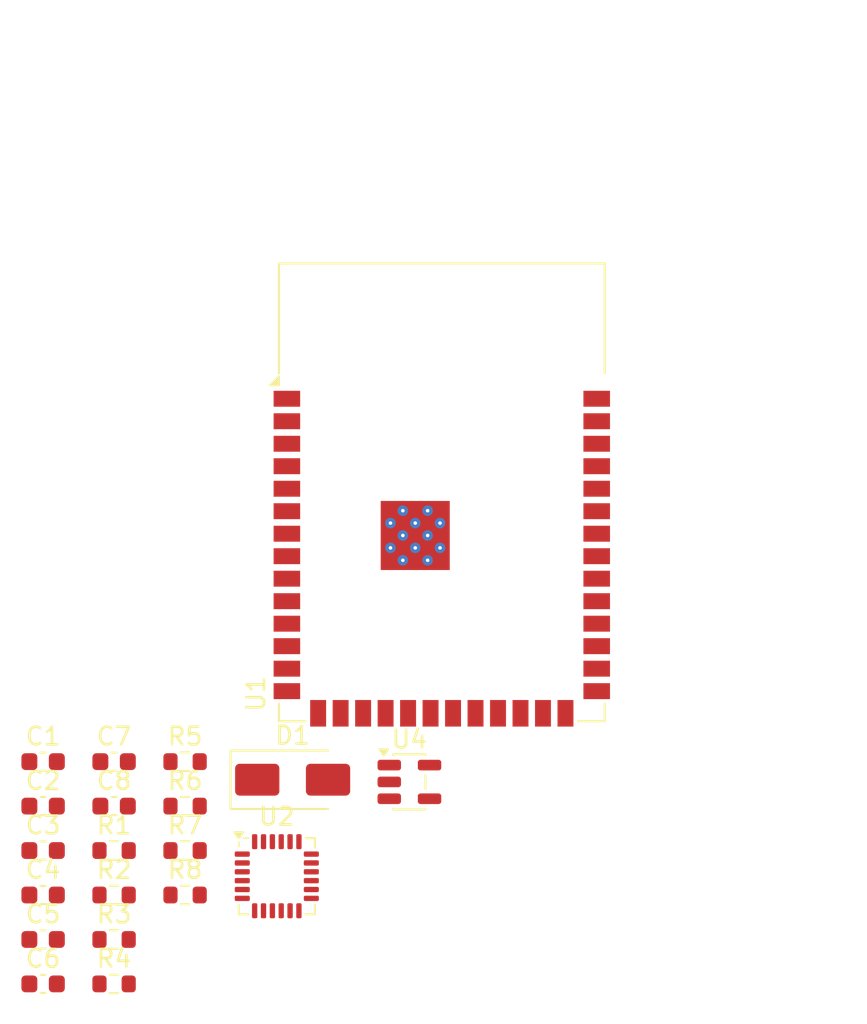
<source format=kicad_pcb>
(kicad_pcb (version 20241229) (generator "pcbnew") (generator_version "9.0")
  (layers (0 "F.Cu" signal) (2 "B.Cu" signal) (13 "F.Paste" user) (15 "B.Paste" user) (5 "F.SilkS" user "F.Silkscreen") (7 "B.SilkS" user "B.Silkscreen") (1 "F.Mask" user) (3 "B.Mask" user) (25 "Edge.Cuts" user))
  (net 0 "")
  (net 3 "+3.3V")
  (net 4 "GND")
  (net 6 "/XDA")
  (net 8 "Net-(U2-REGOUT)")
  (net 10 "/SDA")
  (net 15 "/ADO")
  (net 16 "/INT")
  (net 18 "/XCL")
  (net 19 "/SCL")
  (net 20 "Net-(U2-CPOUT)")
  (net 22 "Net-(D2-A)")
  (net 23 "Net-(D1-A)")
  (net 24 "Net-(J1-CC1)")
  (net 25 "Net-(J1-CC2)")
  (net 26 "LDO_EN")
  (net 27 "Net-(D1-K)")
  (net 28 "Net-(U4-BP)")
  (footprint "Capacitor_SMD:C_0603_1608Metric" (layer "F.Cu") (at 60.23 58.98)
    (property "Reference" "C1" (at 0 -1.43 0) (layer "F.SilkS"))
    (property "Value" "0.1uF")
    (fp_line (start -0.14058 -0.51) (end 0.14058 -0.51) (stroke (width 0.12)) (layer "F.SilkS"))
    (fp_line (start -0.14058 0.51) (end 0.14058 0.51) (stroke (width 0.12)) (layer "F.SilkS"))
    (pad "1" smd roundrect (at -0.775 0) (size 0.9 0.95) (layers "F.Cu" "F.Mask" "F.Paste") (net 4 "GND"))
    (pad "2" smd roundrect (at 0.775 0) (size 0.9 0.95) (layers "F.Cu" "F.Mask" "F.Paste") (net 3 "+3.3V"))
  )
  (footprint "Resistor_SMD:R_0603_1608Metric" (layer "F.Cu") (at 68.25 66.51)
    (property "Reference" "R8" (at 0 -1.43 0) (layer "F.SilkS"))
    (property "Value" "470")
    (fp_line (start -0.237258 -0.5225) (end 0.237258 -0.5225) (stroke (width 0.12)) (layer "F.SilkS"))
    (fp_line (start -0.237258 0.5225) (end 0.237258 0.5225) (stroke (width 0.12)) (layer "F.SilkS"))
    (pad "1" smd roundrect (at -0.825 0) (size 0.8 0.95) (layers "F.Cu" "F.Mask" "F.Paste") (net 3 "+3.3V"))
    (pad "2" smd roundrect (at 0.825 0) (size 0.8 0.95) (layers "F.Cu" "F.Mask" "F.Paste") (net 22 "Net-(D2-A)"))
  )
  (footprint "Package_TO_SOT_SMD:SOT-23-5" (layer "F.Cu") (at 80.92 60.125)
    (property "Reference" "U4" (at 0 -2.4 0) (layer "F.SilkS"))
    (property "Value" "SPX3819M5-L-3-3")
    (fp_line (start -0.91 -1.56) (end 0.91 -1.56) (stroke (width 0.12)) (layer "F.SilkS"))
    (fp_line (start -0.91 -1.51) (end -0.91 -1.56) (stroke (width 0.12)) (layer "F.SilkS"))
    (fp_line (start -0.91 1.56) (end -0.91 1.51) (stroke (width 0.12)) (layer "F.SilkS"))
    (fp_line (start 0.91 -1.56) (end 0.91 -1.51) (stroke (width 0.12)) (layer "F.SilkS"))
    (fp_line (start 0.91 -0.39) (end 0.91 0.39) (stroke (width 0.12)) (layer "F.SilkS"))
    (fp_line (start 0.91 1.51) (end 0.91 1.56) (stroke (width 0.12)) (layer "F.SilkS"))
    (fp_line (start 0.91 1.56) (end -0.91 1.56) (stroke (width 0.12)) (layer "F.SilkS"))
    (fp_poly (pts (xy -1.45 -1.51) (xy -1.69 -1.84) (xy -1.21 -1.84)) (stroke (width 0.12)) (fill yes) (layer "F.SilkS"))
    (pad "1" smd roundrect (at -1.1375 -0.95) (size 1.325 0.6) (layers "F.Cu" "F.Mask" "F.Paste") (net 27 "Net-(D1-K)"))
    (pad "2" smd roundrect (at -1.1375 0) (size 1.325 0.6) (layers "F.Cu" "F.Mask" "F.Paste") (net 4 "GND"))
    (pad "3" smd roundrect (at -1.1375 0.95) (size 1.325 0.6) (layers "F.Cu" "F.Mask" "F.Paste") (net 26 "LDO_EN"))
    (pad "4" smd roundrect (at 1.1375 0.95) (size 1.325 0.6) (layers "F.Cu" "F.Mask" "F.Paste") (net 28 "Net-(U4-BP)"))
    (pad "5" smd roundrect (at 1.1375 -0.95) (size 1.325 0.6) (layers "F.Cu" "F.Mask" "F.Paste") (net 3 "+3.3V"))
  )
  (footprint "Capacitor_SMD:C_0603_1608Metric" (layer "F.Cu") (at 64.24 61.49)
    (property "Reference" "C8" (at 0 -1.43 0) (layer "F.SilkS"))
    (property "Value" "10uF")
    (fp_line (start -0.14058 -0.51) (end 0.14058 -0.51) (stroke (width 0.12)) (layer "F.SilkS"))
    (fp_line (start -0.14058 0.51) (end 0.14058 0.51) (stroke (width 0.12)) (layer "F.SilkS"))
    (pad "1" smd roundrect (at -0.775 0) (size 0.9 0.95) (layers "F.Cu" "F.Mask" "F.Paste") (net 3 "+3.3V"))
    (pad "2" smd roundrect (at 0.775 0) (size 0.9 0.95) (layers "F.Cu" "F.Mask" "F.Paste") (net 4 "GND"))
  )
  (footprint "Resistor_SMD:R_0603_1608Metric" (layer "F.Cu") (at 68.25 58.98)
    (property "Reference" "R5" (at 0 -1.43 0) (layer "F.SilkS"))
    (property "Value" "5.1k")
    (fp_line (start -0.237258 -0.5225) (end 0.237258 -0.5225) (stroke (width 0.12)) (layer "F.SilkS"))
    (fp_line (start -0.237258 0.5225) (end 0.237258 0.5225) (stroke (width 0.12)) (layer "F.SilkS"))
    (pad "1" smd roundrect (at -0.825 0) (size 0.8 0.95) (layers "F.Cu" "F.Mask" "F.Paste") (net 25 "Net-(J1-CC2)"))
    (pad "2" smd roundrect (at 0.825 0) (size 0.8 0.95) (layers "F.Cu" "F.Mask" "F.Paste") (net 4 "GND"))
  )
  (footprint "Resistor_SMD:R_0603_1608Metric" (layer "F.Cu") (at 64.24 69.02)
    (property "Reference" "R3" (at 0 -1.43 0) (layer "F.SilkS"))
    (property "Value" "4.7k")
    (fp_line (start -0.237258 -0.5225) (end 0.237258 -0.5225) (stroke (width 0.12)) (layer "F.SilkS"))
    (fp_line (start -0.237258 0.5225) (end 0.237258 0.5225) (stroke (width 0.12)) (layer "F.SilkS"))
    (pad "1" smd roundrect (at -0.825 0) (size 0.8 0.95) (layers "F.Cu" "F.Mask" "F.Paste") (net 6 "/XDA"))
    (pad "2" smd roundrect (at 0.825 0) (size 0.8 0.95) (layers "F.Cu" "F.Mask" "F.Paste") (net 3 "+3.3V"))
  )
  (footprint "Capacitor_SMD:C_0603_1608Metric" (layer "F.Cu") (at 60.23 61.49)
    (property "Reference" "C2" (at 0 -1.43 0) (layer "F.SilkS"))
    (property "Value" "0.1uF")
    (fp_line (start -0.14058 -0.51) (end 0.14058 -0.51) (stroke (width 0.12)) (layer "F.SilkS"))
    (fp_line (start -0.14058 0.51) (end 0.14058 0.51) (stroke (width 0.12)) (layer "F.SilkS"))
    (pad "1" smd roundrect (at -0.775 0) (size 0.9 0.95) (layers "F.Cu" "F.Mask" "F.Paste") (net 3 "+3.3V"))
    (pad "2" smd roundrect (at 0.775 0) (size 0.9 0.95) (layers "F.Cu" "F.Mask" "F.Paste") (net 4 "GND"))
  )
  (footprint "Resistor_SMD:R_0603_1608Metric" (layer "F.Cu") (at 68.25 64)
    (property "Reference" "R7" (at 0 -1.43 0) (layer "F.SilkS"))
    (property "Value" "4.7k")
    (fp_line (start -0.237258 -0.5225) (end 0.237258 -0.5225) (stroke (width 0.12)) (layer "F.SilkS"))
    (fp_line (start -0.237258 0.5225) (end 0.237258 0.5225) (stroke (width 0.12)) (layer "F.SilkS"))
    (pad "1" smd roundrect (at -0.825 0) (size 0.8 0.95) (layers "F.Cu" "F.Mask" "F.Paste") (net 23 "Net-(D1-A)"))
    (pad "2" smd roundrect (at 0.825 0) (size 0.8 0.95) (layers "F.Cu" "F.Mask" "F.Paste") (net 4 "GND"))
  )
  (footprint "Resistor_SMD:R_0603_1608Metric" (layer "F.Cu") (at 64.24 66.51)
    (property "Reference" "R2" (at 0 -1.43 0) (layer "F.SilkS"))
    (property "Value" "4.7k")
    (fp_line (start -0.237258 -0.5225) (end 0.237258 -0.5225) (stroke (width 0.12)) (layer "F.SilkS"))
    (fp_line (start -0.237258 0.5225) (end 0.237258 0.5225) (stroke (width 0.12)) (layer "F.SilkS"))
    (pad "1" smd roundrect (at -0.825 0) (size 0.8 0.95) (layers "F.Cu" "F.Mask" "F.Paste") (net 3 "+3.3V"))
    (pad "2" smd roundrect (at 0.825 0) (size 0.8 0.95) (layers "F.Cu" "F.Mask" "F.Paste") (net 19 "/SCL"))
  )
  (footprint "Capacitor_SMD:C_0603_1608Metric" (layer "F.Cu") (at 60.23 71.53)
    (property "Reference" "C6" (at 0 -1.43 0) (layer "F.SilkS"))
    (property "Value" "470pF")
    (fp_line (start -0.14058 -0.51) (end 0.14058 -0.51) (stroke (width 0.12)) (layer "F.SilkS"))
    (fp_line (start -0.14058 0.51) (end 0.14058 0.51) (stroke (width 0.12)) (layer "F.SilkS"))
    (pad "1" smd roundrect (at -0.775 0) (size 0.9 0.95) (layers "F.Cu" "F.Mask" "F.Paste") (net 4 "GND"))
    (pad "2" smd roundrect (at 0.775 0) (size 0.9 0.95) (layers "F.Cu" "F.Mask" "F.Paste") (net 28 "Net-(U4-BP)"))
  )
  (footprint "Capacitor_SMD:C_0603_1608Metric" (layer "F.Cu") (at 60.23 69.02)
    (property "Reference" "C5" (at 0 -1.43 0) (layer "F.SilkS"))
    (property "Value" "10uF")
    (fp_line (start -0.14058 -0.51) (end 0.14058 -0.51) (stroke (width 0.12)) (layer "F.SilkS"))
    (fp_line (start -0.14058 0.51) (end 0.14058 0.51) (stroke (width 0.12)) (layer "F.SilkS"))
    (pad "1" smd roundrect (at -0.775 0) (size 0.9 0.95) (layers "F.Cu" "F.Mask" "F.Paste") (net 4 "GND"))
    (pad "2" smd roundrect (at 0.775 0) (size 0.9 0.95) (layers "F.Cu" "F.Mask" "F.Paste") (net 27 "Net-(D1-K)"))
  )
  (footprint "Resistor_SMD:R_0603_1608Metric" (layer "F.Cu") (at 68.25 61.49)
    (property "Reference" "R6" (at 0 -1.43 0) (layer "F.SilkS"))
    (property "Value" "5.1k")
    (fp_line (start -0.237258 -0.5225) (end 0.237258 -0.5225) (stroke (width 0.12)) (layer "F.SilkS"))
    (fp_line (start -0.237258 0.5225) (end 0.237258 0.5225) (stroke (width 0.12)) (layer "F.SilkS"))
    (pad "1" smd roundrect (at -0.825 0) (size 0.8 0.95) (layers "F.Cu" "F.Mask" "F.Paste") (net 24 "Net-(J1-CC1)"))
    (pad "2" smd roundrect (at 0.825 0) (size 0.8 0.95) (layers "F.Cu" "F.Mask" "F.Paste") (net 4 "GND"))
  )
  (footprint "Sensor_Motion:InvenSense_QFN-24_4x4mm_P0.5mm" (layer "F.Cu") (at 73.43 65.45)
    (property "Reference" "U2" (at 0 -3.375 0) (layer "F.SilkS"))
    (property "Value" "MPU-6050")
    (fp_line (start -2.15 -1.685) (end -2.15 -1.91) (stroke (width 0.12)) (layer "F.SilkS"))
    (fp_line (start -2.15 2.15) (end -2.15 1.625) (stroke (width 0.12)) (layer "F.SilkS"))
    (fp_line (start -2.15 2.15) (end -1.625 2.15) (stroke (width 0.12)) (layer "F.SilkS"))
    (fp_line (start -1.625 -2.15) (end -1.85 -2.15) (stroke (width 0.12)) (layer "F.SilkS"))
    (fp_line (start 2.15 -2.15) (end 1.625 -2.15) (stroke (width 0.12)) (layer "F.SilkS"))
    (fp_line (start 2.15 -2.15) (end 2.15 -1.625) (stroke (width 0.12)) (layer "F.SilkS"))
    (fp_line (start 2.15 2.15) (end 1.625 2.15) (stroke (width 0.12)) (layer "F.SilkS"))
    (fp_line (start 2.15 2.15) (end 2.15 1.625) (stroke (width 0.12)) (layer "F.SilkS"))
    (fp_poly (pts (xy -2.15 -2.15) (xy -2.39 -2.48) (xy -1.91 -2.48) (xy -2.15 -2.15)) (stroke (width 0.12)) (fill yes) (layer "F.SilkS"))
    (pad "1" smd roundrect (at -1.95 -1.25) (size 0.85 0.3) (layers "F.Cu" "F.Mask" "F.Paste") (net 4 "GND"))
    (pad "2" smd roundrect (at -1.95 -0.75) (size 0.85 0.3) (layers "F.Cu" "F.Mask" "F.Paste"))
    (pad "3" smd roundrect (at -1.95 -0.25) (size 0.85 0.3) (layers "F.Cu" "F.Mask" "F.Paste"))
    (pad "4" smd roundrect (at -1.95 0.25) (size 0.85 0.3) (layers "F.Cu" "F.Mask" "F.Paste"))
    (pad "5" smd roundrect (at -1.95 0.75) (size 0.85 0.3) (layers "F.Cu" "F.Mask" "F.Paste"))
    (pad "6" smd roundrect (at -1.95 1.25) (size 0.85 0.3) (layers "F.Cu" "F.Mask" "F.Paste") (net 6 "/XDA"))
    (pad "7" smd roundrect (at -1.25 1.95 90) (size 0.85 0.3) (layers "F.Cu" "F.Mask" "F.Paste") (net 18 "/XCL"))
    (pad "8" smd roundrect (at -0.75 1.95 90) (size 0.85 0.3) (layers "F.Cu" "F.Mask" "F.Paste") (net 3 "+3.3V"))
    (pad "9" smd roundrect (at -0.25 1.95 90) (size 0.85 0.3) (layers "F.Cu" "F.Mask" "F.Paste") (net 15 "/ADO"))
    (pad "10" smd roundrect (at 0.25 1.95 90) (size 0.85 0.3) (layers "F.Cu" "F.Mask" "F.Paste") (net 8 "Net-(U2-REGOUT)"))
    (pad "11" smd roundrect (at 0.75 1.95 90) (size 0.85 0.3) (layers "F.Cu" "F.Mask" "F.Paste") (net 4 "GND"))
    (pad "12" smd roundrect (at 1.25 1.95 90) (size 0.85 0.3) (layers "F.Cu" "F.Mask" "F.Paste") (net 16 "/INT"))
    (pad "13" smd roundrect (at 1.95 1.25) (size 0.85 0.3) (layers "F.Cu" "F.Mask" "F.Paste") (net 3 "+3.3V"))
    (pad "14" smd roundrect (at 1.95 0.75) (size 0.85 0.3) (layers "F.Cu" "F.Mask" "F.Paste"))
    (pad "15" smd roundrect (at 1.95 0.25) (size 0.85 0.3) (layers "F.Cu" "F.Mask" "F.Paste"))
    (pad "16" smd roundrect (at 1.95 -0.25) (size 0.85 0.3) (layers "F.Cu" "F.Mask" "F.Paste"))
    (pad "17" smd roundrect (at 1.95 -0.75) (size 0.85 0.3) (layers "F.Cu" "F.Mask" "F.Paste"))
    (pad "18" smd roundrect (at 1.95 -1.25) (size 0.85 0.3) (layers "F.Cu" "F.Mask" "F.Paste") (net 4 "GND"))
    (pad "19" smd roundrect (at 1.25 -1.95 90) (size 0.85 0.3) (layers "F.Cu" "F.Mask" "F.Paste"))
    (pad "20" smd roundrect (at 0.75 -1.95 90) (size 0.85 0.3) (layers "F.Cu" "F.Mask" "F.Paste") (net 20 "Net-(U2-CPOUT)"))
    (pad "21" smd roundrect (at 0.25 -1.95 90) (size 0.85 0.3) (layers "F.Cu" "F.Mask" "F.Paste"))
    (pad "22" smd roundrect (at -0.25 -1.95 90) (size 0.85 0.3) (layers "F.Cu" "F.Mask" "F.Paste"))
    (pad "23" smd roundrect (at -0.75 -1.95 90) (size 0.85 0.3) (layers "F.Cu" "F.Mask" "F.Paste") (net 19 "/SCL"))
    (pad "24" smd roundrect (at -1.25 -1.95 90) (size 0.85 0.3) (layers "F.Cu" "F.Mask" "F.Paste") (net 10 "/SDA"))
  )
  (footprint "Resistor_SMD:R_0603_1608Metric" (layer "F.Cu") (at 64.24 64)
    (property "Reference" "R1" (at 0 -1.43 0) (layer "F.SilkS"))
    (property "Value" "4.7k")
    (fp_line (start -0.237258 -0.5225) (end 0.237258 -0.5225) (stroke (width 0.12)) (layer "F.SilkS"))
    (fp_line (start -0.237258 0.5225) (end 0.237258 0.5225) (stroke (width 0.12)) (layer "F.SilkS"))
    (pad "1" smd roundrect (at -0.825 0) (size 0.8 0.95) (layers "F.Cu" "F.Mask" "F.Paste") (net 3 "+3.3V"))
    (pad "2" smd roundrect (at 0.825 0) (size 0.8 0.95) (layers "F.Cu" "F.Mask" "F.Paste") (net 10 "/SDA"))
  )
  (footprint "Resistor_SMD:R_0603_1608Metric" (layer "F.Cu") (at 64.24 71.53)
    (property "Reference" "R4" (at 0 -1.43 0) (layer "F.SilkS"))
    (property "Value" "4.7k")
    (fp_line (start -0.237258 -0.5225) (end 0.237258 -0.5225) (stroke (width 0.12)) (layer "F.SilkS"))
    (fp_line (start -0.237258 0.5225) (end 0.237258 0.5225) (stroke (width 0.12)) (layer "F.SilkS"))
    (pad "1" smd roundrect (at -0.825 0) (size 0.8 0.95) (layers "F.Cu" "F.Mask" "F.Paste") (net 18 "/XCL"))
    (pad "2" smd roundrect (at 0.825 0) (size 0.8 0.95) (layers "F.Cu" "F.Mask" "F.Paste") (net 3 "+3.3V"))
  )
  (footprint "RF_Module:ESP32-S3-WROOM-1" (layer "F.Cu") (at 82.75 43.75)
    (property "Reference" "U1" (at -10.5 11.4 90) (layer "F.SilkS"))
    (property "Value" "ESP32-S3-WROOM-1-N8")
    (fp_line (start -9.2 -12.9) (end -9.2 -6.7) (stroke (width 0.12)) (layer "F.SilkS"))
    (fp_line (start -9.2 -12.9) (end 9.2 -12.9) (stroke (width 0.12)) (layer "F.SilkS"))
    (fp_line (start -9.2 11.95) (end -9.2 12.95) (stroke (width 0.12)) (layer "F.SilkS"))
    (fp_line (start -9.2 12.95) (end -7.7 12.95) (stroke (width 0.12)) (layer "F.SilkS"))
    (fp_line (start 9.2 -12.9) (end 9.2 -6.7) (stroke (width 0.12)) (layer "F.SilkS"))
    (fp_line (start 9.2 12.95) (end 7.7 12.95) (stroke (width 0.12)) (layer "F.SilkS"))
    (fp_line (start 9.2 12.95) (end 9.2 11.95) (stroke (width 0.12)) (layer "F.SilkS"))
    (fp_poly (pts (xy -9.2 -6.025) (xy -9.7 -6.025) (xy -9.2 -6.525) (xy -9.2 -6.025)) (stroke (width 0.12)) (fill yes) (layer "F.SilkS"))
    (pad "1" smd rect (at -8.75 -5.26) (size 1.5 0.9) (layers "F.Cu" "F.Mask" "F.Paste") (net 4 "GND"))
    (pad "2" smd rect (at -8.75 -3.99) (size 1.5 0.9) (layers "F.Cu" "F.Mask" "F.Paste"))
    (pad "3" smd rect (at -8.75 -2.72) (size 1.5 0.9) (layers "F.Cu" "F.Mask" "F.Paste"))
    (pad "4" smd rect (at -8.75 -1.45) (size 1.5 0.9) (layers "F.Cu" "F.Mask" "F.Paste"))
    (pad "5" smd rect (at -8.75 -0.18) (size 1.5 0.9) (layers "F.Cu" "F.Mask" "F.Paste"))
    (pad "6" smd rect (at -8.75 1.09) (size 1.5 0.9) (layers "F.Cu" "F.Mask" "F.Paste"))
    (pad "7" smd rect (at -8.75 2.36) (size 1.5 0.9) (layers "F.Cu" "F.Mask" "F.Paste"))
    (pad "8" smd rect (at -8.75 3.63) (size 1.5 0.9) (layers "F.Cu" "F.Mask" "F.Paste"))
    (pad "9" smd rect (at -8.75 4.9) (size 1.5 0.9) (layers "F.Cu" "F.Mask" "F.Paste"))
    (pad "10" smd rect (at -8.75 6.17) (size 1.5 0.9) (layers "F.Cu" "F.Mask" "F.Paste"))
    (pad "11" smd rect (at -8.75 7.44) (size 1.5 0.9) (layers "F.Cu" "F.Mask" "F.Paste"))
    (pad "12" smd rect (at -8.75 8.71) (size 1.5 0.9) (layers "F.Cu" "F.Mask" "F.Paste"))
    (pad "13" smd rect (at -8.75 9.98) (size 1.5 0.9) (layers "F.Cu" "F.Mask" "F.Paste"))
    (pad "14" smd rect (at -8.75 11.25 180) (size 1.5 0.9) (layers "F.Cu" "F.Mask" "F.Paste"))
    (pad "15" smd rect (at -6.985 12.5 270) (size 1.5 0.9) (layers "F.Cu" "F.Mask" "F.Paste"))
    (pad "16" smd rect (at -5.715 12.5 270) (size 1.5 0.9) (layers "F.Cu" "F.Mask" "F.Paste"))
    (pad "17" smd rect (at -4.445 12.5 270) (size 1.5 0.9) (layers "F.Cu" "F.Mask" "F.Paste"))
    (pad "18" smd rect (at -3.175 12.5 270) (size 1.5 0.9) (layers "F.Cu" "F.Mask" "F.Paste"))
    (pad "19" smd rect (at -1.905 12.5 270) (size 1.5 0.9) (layers "F.Cu" "F.Mask" "F.Paste"))
    (pad "20" smd rect (at -0.635 12.5 270) (size 1.5 0.9) (layers "F.Cu" "F.Mask" "F.Paste"))
    (pad "21" smd rect (at 0.635 12.5 270) (size 1.5 0.9) (layers "F.Cu" "F.Mask" "F.Paste"))
    (pad "22" smd rect (at 1.905 12.5 270) (size 1.5 0.9) (layers "F.Cu" "F.Mask" "F.Paste"))
    (pad "23" smd rect (at 3.175 12.5 270) (size 1.5 0.9) (layers "F.Cu" "F.Mask" "F.Paste"))
    (pad "24" smd rect (at 4.445 12.5 270) (size 1.5 0.9) (layers "F.Cu" "F.Mask" "F.Paste"))
    (pad "25" smd rect (at 5.715 12.5 270) (size 1.5 0.9) (layers "F.Cu" "F.Mask" "F.Paste"))
    (pad "26" smd rect (at 6.985 12.5 270) (size 1.5 0.9) (layers "F.Cu" "F.Mask" "F.Paste"))
    (pad "27" smd rect (at 8.75 11.25) (size 1.5 0.9) (layers "F.Cu" "F.Mask" "F.Paste"))
    (pad "28" smd rect (at 8.75 9.98) (size 1.5 0.9) (layers "F.Cu" "F.Mask" "F.Paste"))
    (pad "29" smd rect (at 8.75 8.71) (size 1.5 0.9) (layers "F.Cu" "F.Mask" "F.Paste"))
    (pad "30" smd rect (at 8.75 7.44) (size 1.5 0.9) (layers "F.Cu" "F.Mask" "F.Paste"))
    (pad "31" smd rect (at 8.75 6.17) (size 1.5 0.9) (layers "F.Cu" "F.Mask" "F.Paste"))
    (pad "32" smd rect (at 8.75 4.9) (size 1.5 0.9) (layers "F.Cu" "F.Mask" "F.Paste"))
    (pad "33" smd rect (at 8.75 3.63) (size 1.5 0.9) (layers "F.Cu" "F.Mask" "F.Paste"))
    (pad "34" smd rect (at 8.75 2.36) (size 1.5 0.9) (layers "F.Cu" "F.Mask" "F.Paste"))
    (pad "35" smd rect (at 8.75 1.09) (size 1.5 0.9) (layers "F.Cu" "F.Mask" "F.Paste"))
    (pad "36" smd rect (at 8.75 -0.18) (size 1.5 0.9) (layers "F.Cu" "F.Mask" "F.Paste"))
    (pad "37" smd rect (at 8.75 -1.45) (size 1.5 0.9) (layers "F.Cu" "F.Mask" "F.Paste"))
    (pad "38" smd rect (at 8.75 -2.72) (size 1.5 0.9) (layers "F.Cu" "F.Mask" "F.Paste"))
    (pad "39" smd rect (at 8.75 -3.99) (size 1.5 0.9) (layers "F.Cu" "F.Mask" "F.Paste"))
    (pad "40" smd rect (at 8.75 -5.26) (size 1.5 0.9) (layers "F.Cu" "F.Mask" "F.Paste") (net 4 "GND"))
    (pad "41" thru_hole circle (at -2.9 1.76 90) (size 0.6 0.6) (drill 0.2) (property pad_prop_heatsink) (layers "*.Cu" "F.Mask"))
    (pad "41" thru_hole circle (at -2.9 3.16) (size 0.6 0.6) (drill 0.2) (property pad_prop_heatsink) (layers "*.Cu" "F.Mask"))
    (pad "41" thru_hole circle (at -2.2 1.06) (size 0.6 0.6) (drill 0.2) (property pad_prop_heatsink) (layers "*.Cu" "F.Mask"))
    (pad "41" thru_hole circle (at -2.2 2.46) (size 0.6 0.6) (drill 0.2) (property pad_prop_heatsink) (layers "*.Cu" "F.Mask"))
    (pad "41" thru_hole circle (at -2.2 3.86) (size 0.6 0.6) (drill 0.2) (property pad_prop_heatsink) (layers "*.Cu" "F.Mask"))
    (pad "41" thru_hole circle (at -1.5 1.76) (size 0.6 0.6) (drill 0.2) (property pad_prop_heatsink) (layers "*.Cu" "F.Mask"))
    (pad "41" smd rect (at -1.5 2.46 270) (size 3.9 3.9) (property pad_prop_heatsink) (layers "F.Cu" "F.Mask"))
    (pad "41" thru_hole circle (at -1.5 3.16) (size 0.6 0.6) (drill 0.2) (property pad_prop_heatsink) (layers "*.Cu" "F.Mask"))
    (pad "41" thru_hole circle (at -0.8 1.06) (size 0.6 0.6) (drill 0.2) (property pad_prop_heatsink) (layers "*.Cu" "F.Mask"))
    (pad "41" thru_hole circle (at -0.8 2.46) (size 0.6 0.6) (drill 0.2) (property pad_prop_heatsink) (layers "*.Cu" "F.Mask"))
    (pad "41" thru_hole circle (at -0.8 3.86) (size 0.6 0.6) (drill 0.2) (property pad_prop_heatsink) (layers "*.Cu" "F.Mask"))
    (pad "41" thru_hole circle (at -0.1 1.76) (size 0.6 0.6) (drill 0.2) (property pad_prop_heatsink) (layers "*.Cu" "F.Mask"))
    (pad "41" thru_hole circle (at -0.1 3.16) (size 0.6 0.6) (drill 0.2) (property pad_prop_heatsink) (layers "*.Cu" "F.Mask"))
  )
  (footprint "Capacitor_SMD:C_0603_1608Metric" (layer "F.Cu") (at 60.23 64)
    (property "Reference" "C3" (at 0 -1.43 0) (layer "F.SilkS"))
    (property "Value" "0.1uF")
    (fp_line (start -0.14058 -0.51) (end 0.14058 -0.51) (stroke (width 0.12)) (layer "F.SilkS"))
    (fp_line (start -0.14058 0.51) (end 0.14058 0.51) (stroke (width 0.12)) (layer "F.SilkS"))
    (pad "1" smd roundrect (at -0.775 0) (size 0.9 0.95) (layers "F.Cu" "F.Mask" "F.Paste") (net 4 "GND"))
    (pad "2" smd roundrect (at 0.775 0) (size 0.9 0.95) (layers "F.Cu" "F.Mask" "F.Paste") (net 8 "Net-(U2-REGOUT)"))
  )
  (footprint "Diode_SMD:D_SMA" (layer "F.Cu") (at 74.325 60)
    (property "Reference" "D1" (at 0 -2.5 0) (layer "F.SilkS"))
    (property "Value" "SS34")
    (fp_line (start -3.51 -1.65) (end -3.51 1.65) (stroke (width 0.12)) (layer "F.SilkS"))
    (fp_line (start -3.51 -1.65) (end 2 -1.65) (stroke (width 0.12)) (layer "F.SilkS"))
    (fp_line (start -3.51 1.65) (end 2 1.65) (stroke (width 0.12)) (layer "F.SilkS"))
    (pad "1" smd roundrect (at -2 0) (size 2.5 1.8) (layers "F.Cu" "F.Mask" "F.Paste") (roundrect_rratio 0.1388888889) (net 27 "Net-(D1-K)"))
    (pad "2" smd roundrect (at 2 0) (size 2.5 1.8) (layers "F.Cu" "F.Mask" "F.Paste") (roundrect_rratio 0.1388888889) (net 23 "Net-(D1-A)"))
  )
  (footprint "Capacitor_SMD:C_0603_1608Metric" (layer "F.Cu") (at 64.24 58.98)
    (property "Reference" "C7" (at 0 -1.43 0) (layer "F.SilkS"))
    (property "Value" "2.2uF")
    (fp_line (start -0.14058 -0.51) (end 0.14058 -0.51) (stroke (width 0.12)) (layer "F.SilkS"))
    (fp_line (start -0.14058 0.51) (end 0.14058 0.51) (stroke (width 0.12)) (layer "F.SilkS"))
    (pad "1" smd roundrect (at -0.775 0) (size 0.9 0.95) (layers "F.Cu" "F.Mask" "F.Paste") (net 3 "+3.3V"))
    (pad "2" smd roundrect (at 0.775 0) (size 0.9 0.95) (layers "F.Cu" "F.Mask" "F.Paste") (net 4 "GND"))
  )
  (footprint "Capacitor_SMD:C_0603_1608Metric" (layer "F.Cu") (at 60.23 66.51)
    (property "Reference" "C4" (at 0 -1.43 0) (layer "F.SilkS"))
    (property "Value" "220pF")
    (fp_line (start -0.14058 -0.51) (end 0.14058 -0.51) (stroke (width 0.12)) (layer "F.SilkS"))
    (fp_line (start -0.14058 0.51) (end 0.14058 0.51) (stroke (width 0.12)) (layer "F.SilkS"))
    (pad "1" smd roundrect (at -0.775 0) (size 0.9 0.95) (layers "F.Cu" "F.Mask" "F.Paste") (net 20 "Net-(U2-CPOUT)"))
    (pad "2" smd roundrect (at 0.775 0) (size 0.9 0.95) (layers "F.Cu" "F.Mask" "F.Paste") (net 4 "GND"))
  )
)
</source>
